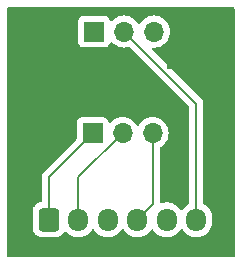
<source format=gbr>
%TF.GenerationSoftware,KiCad,Pcbnew,8.0.3*%
%TF.CreationDate,2024-11-04T16:53:41-08:00*%
%TF.ProjectId,MicPCB,4d696350-4342-42e6-9b69-6361645f7063,rev?*%
%TF.SameCoordinates,Original*%
%TF.FileFunction,Copper,L1,Top*%
%TF.FilePolarity,Positive*%
%FSLAX46Y46*%
G04 Gerber Fmt 4.6, Leading zero omitted, Abs format (unit mm)*
G04 Created by KiCad (PCBNEW 8.0.3) date 2024-11-04 16:53:41*
%MOMM*%
%LPD*%
G01*
G04 APERTURE LIST*
G04 Aperture macros list*
%AMRoundRect*
0 Rectangle with rounded corners*
0 $1 Rounding radius*
0 $2 $3 $4 $5 $6 $7 $8 $9 X,Y pos of 4 corners*
0 Add a 4 corners polygon primitive as box body*
4,1,4,$2,$3,$4,$5,$6,$7,$8,$9,$2,$3,0*
0 Add four circle primitives for the rounded corners*
1,1,$1+$1,$2,$3*
1,1,$1+$1,$4,$5*
1,1,$1+$1,$6,$7*
1,1,$1+$1,$8,$9*
0 Add four rect primitives between the rounded corners*
20,1,$1+$1,$2,$3,$4,$5,0*
20,1,$1+$1,$4,$5,$6,$7,0*
20,1,$1+$1,$6,$7,$8,$9,0*
20,1,$1+$1,$8,$9,$2,$3,0*%
G04 Aperture macros list end*
%TA.AperFunction,ComponentPad*%
%ADD10R,1.700000X1.700000*%
%TD*%
%TA.AperFunction,ComponentPad*%
%ADD11O,1.700000X1.700000*%
%TD*%
%TA.AperFunction,ComponentPad*%
%ADD12RoundRect,0.250000X-0.600000X-0.725000X0.600000X-0.725000X0.600000X0.725000X-0.600000X0.725000X0*%
%TD*%
%TA.AperFunction,ComponentPad*%
%ADD13O,1.700000X1.950000*%
%TD*%
%TA.AperFunction,ViaPad*%
%ADD14C,0.600000*%
%TD*%
%TA.AperFunction,Conductor*%
%ADD15C,0.200000*%
%TD*%
G04 APERTURE END LIST*
D10*
%TO.P,J3,1,Pin_1*%
%TO.N,GND*%
X94757000Y-58699800D03*
D11*
%TO.P,J3,2,Pin_2*%
%TO.N,+3.3V*%
X97297000Y-58699800D03*
%TO.P,J3,3,Pin_3*%
%TO.N,/sd*%
X99837000Y-58699800D03*
%TD*%
D10*
%TO.P,J2,1,Pin_1*%
%TO.N,/sel*%
X94615000Y-67310000D03*
D11*
%TO.P,J2,2,Pin_2*%
%TO.N,/lrcl*%
X97155000Y-67310000D03*
%TO.P,J2,3,Pin_3*%
%TO.N,/bclk*%
X99695000Y-67310000D03*
%TD*%
D12*
%TO.P,J1,1,Pin_1*%
%TO.N,/sel*%
X90905000Y-74630000D03*
D13*
%TO.P,J1,2,Pin_2*%
%TO.N,/lrcl*%
X93405000Y-74630000D03*
%TO.P,J1,3,Pin_3*%
%TO.N,/sd*%
X95905000Y-74630000D03*
%TO.P,J1,4,Pin_4*%
%TO.N,/bclk*%
X98405000Y-74630000D03*
%TO.P,J1,5,Pin_5*%
%TO.N,GND*%
X100905000Y-74630000D03*
%TO.P,J1,6,Pin_6*%
%TO.N,+3.3V*%
X103405000Y-74630000D03*
%TD*%
D14*
%TO.N,GND*%
X101142800Y-61620400D03*
X102158800Y-71577200D03*
X96774000Y-62077600D03*
%TD*%
D15*
%TO.N,+3.3V*%
X103405000Y-64807800D02*
X103405000Y-74630000D01*
X97297000Y-58699800D02*
X103405000Y-64807800D01*
%TO.N,/bclk*%
X99695000Y-73340000D02*
X98405000Y-74630000D01*
X99695000Y-67310000D02*
X99695000Y-73340000D01*
%TO.N,/lrcl*%
X93405000Y-71060000D02*
X97155000Y-67310000D01*
X93405000Y-74630000D02*
X93405000Y-71060000D01*
%TO.N,/sel*%
X90905000Y-74630000D02*
X90905000Y-71020000D01*
X90905000Y-71020000D02*
X94615000Y-67310000D01*
%TD*%
%TA.AperFunction,Conductor*%
%TO.N,GND*%
G36*
X106579739Y-56654185D02*
G01*
X106625494Y-56706989D01*
X106636700Y-56758500D01*
X106636700Y-77709100D01*
X106617015Y-77776139D01*
X106564211Y-77821894D01*
X106512700Y-77833100D01*
X87492500Y-77833100D01*
X87425461Y-77813415D01*
X87379706Y-77760611D01*
X87368500Y-77709100D01*
X87368500Y-73854983D01*
X89554500Y-73854983D01*
X89554500Y-75405001D01*
X89554501Y-75405018D01*
X89565000Y-75507796D01*
X89565001Y-75507799D01*
X89610894Y-75646294D01*
X89620186Y-75674334D01*
X89712288Y-75823656D01*
X89836344Y-75947712D01*
X89985666Y-76039814D01*
X90152203Y-76094999D01*
X90254991Y-76105500D01*
X91555008Y-76105499D01*
X91657797Y-76094999D01*
X91824334Y-76039814D01*
X91973656Y-75947712D01*
X92097712Y-75823656D01*
X92189814Y-75674334D01*
X92189814Y-75674331D01*
X92193178Y-75668879D01*
X92245126Y-75622154D01*
X92314088Y-75610931D01*
X92378170Y-75638774D01*
X92386398Y-75646294D01*
X92525213Y-75785109D01*
X92697179Y-75910048D01*
X92697181Y-75910049D01*
X92697184Y-75910051D01*
X92886588Y-76006557D01*
X93088757Y-76072246D01*
X93298713Y-76105500D01*
X93298714Y-76105500D01*
X93511286Y-76105500D01*
X93511287Y-76105500D01*
X93721243Y-76072246D01*
X93923412Y-76006557D01*
X94112816Y-75910051D01*
X94134789Y-75894086D01*
X94284786Y-75785109D01*
X94284788Y-75785106D01*
X94284792Y-75785104D01*
X94435104Y-75634792D01*
X94554683Y-75470204D01*
X94610011Y-75427540D01*
X94679624Y-75421561D01*
X94741420Y-75454166D01*
X94755313Y-75470199D01*
X94857560Y-75610931D01*
X94874896Y-75634792D01*
X95025213Y-75785109D01*
X95197179Y-75910048D01*
X95197181Y-75910049D01*
X95197184Y-75910051D01*
X95386588Y-76006557D01*
X95588757Y-76072246D01*
X95798713Y-76105500D01*
X95798714Y-76105500D01*
X96011286Y-76105500D01*
X96011287Y-76105500D01*
X96221243Y-76072246D01*
X96423412Y-76006557D01*
X96612816Y-75910051D01*
X96634789Y-75894086D01*
X96784786Y-75785109D01*
X96784788Y-75785106D01*
X96784792Y-75785104D01*
X96935104Y-75634792D01*
X97054683Y-75470204D01*
X97110011Y-75427540D01*
X97179624Y-75421561D01*
X97241420Y-75454166D01*
X97255313Y-75470199D01*
X97357560Y-75610931D01*
X97374896Y-75634792D01*
X97525213Y-75785109D01*
X97697179Y-75910048D01*
X97697181Y-75910049D01*
X97697184Y-75910051D01*
X97886588Y-76006557D01*
X98088757Y-76072246D01*
X98298713Y-76105500D01*
X98298714Y-76105500D01*
X98511286Y-76105500D01*
X98511287Y-76105500D01*
X98721243Y-76072246D01*
X98923412Y-76006557D01*
X99112816Y-75910051D01*
X99134789Y-75894086D01*
X99284786Y-75785109D01*
X99284788Y-75785106D01*
X99284792Y-75785104D01*
X99435104Y-75634792D01*
X99554991Y-75469779D01*
X99610320Y-75427115D01*
X99679933Y-75421136D01*
X99741729Y-75453741D01*
X99755627Y-75469781D01*
X99875272Y-75634459D01*
X99875276Y-75634464D01*
X100025535Y-75784723D01*
X100025540Y-75784727D01*
X100197442Y-75909620D01*
X100386782Y-76006095D01*
X100588870Y-76071757D01*
X100798754Y-76105000D01*
X101011246Y-76105000D01*
X101221127Y-76071757D01*
X101221130Y-76071757D01*
X101423217Y-76006095D01*
X101612557Y-75909620D01*
X101784459Y-75784727D01*
X101784464Y-75784723D01*
X101934721Y-75634466D01*
X102054371Y-75469781D01*
X102109701Y-75427115D01*
X102179314Y-75421136D01*
X102241110Y-75453741D01*
X102255008Y-75469781D01*
X102374890Y-75634785D01*
X102374894Y-75634790D01*
X102525213Y-75785109D01*
X102697179Y-75910048D01*
X102697181Y-75910049D01*
X102697184Y-75910051D01*
X102886588Y-76006557D01*
X103088757Y-76072246D01*
X103298713Y-76105500D01*
X103298714Y-76105500D01*
X103511286Y-76105500D01*
X103511287Y-76105500D01*
X103721243Y-76072246D01*
X103923412Y-76006557D01*
X104112816Y-75910051D01*
X104134789Y-75894086D01*
X104284786Y-75785109D01*
X104284788Y-75785106D01*
X104284792Y-75785104D01*
X104435104Y-75634792D01*
X104435106Y-75634788D01*
X104435109Y-75634786D01*
X104560048Y-75462820D01*
X104560047Y-75462820D01*
X104560051Y-75462816D01*
X104656557Y-75273412D01*
X104722246Y-75071243D01*
X104755500Y-74861287D01*
X104755500Y-74398713D01*
X104722246Y-74188757D01*
X104656557Y-73986588D01*
X104560051Y-73797184D01*
X104560049Y-73797181D01*
X104560048Y-73797179D01*
X104435109Y-73625213D01*
X104284786Y-73474890D01*
X104112815Y-73349948D01*
X104112814Y-73349947D01*
X104073205Y-73329765D01*
X104022409Y-73281791D01*
X104005500Y-73219281D01*
X104005500Y-64728745D01*
X104005500Y-64728743D01*
X103964577Y-64576016D01*
X103964573Y-64576009D01*
X103885524Y-64439090D01*
X103885521Y-64439086D01*
X103885520Y-64439084D01*
X103773716Y-64327280D01*
X103773715Y-64327279D01*
X103769385Y-64322949D01*
X103769374Y-64322939D01*
X99710666Y-60264231D01*
X99677181Y-60202908D01*
X99682165Y-60133216D01*
X99724037Y-60077283D01*
X99789501Y-60052866D01*
X99809144Y-60053021D01*
X99837000Y-60055459D01*
X100072408Y-60034863D01*
X100300663Y-59973703D01*
X100514830Y-59873835D01*
X100708401Y-59738295D01*
X100875495Y-59571201D01*
X101011035Y-59377630D01*
X101110903Y-59163463D01*
X101172063Y-58935208D01*
X101192659Y-58699800D01*
X101172063Y-58464392D01*
X101110903Y-58236137D01*
X101011035Y-58021971D01*
X101005425Y-58013958D01*
X100875494Y-57828397D01*
X100708402Y-57661306D01*
X100708395Y-57661301D01*
X100514834Y-57525767D01*
X100514830Y-57525765D01*
X100443727Y-57492609D01*
X100300663Y-57425897D01*
X100300659Y-57425896D01*
X100300655Y-57425894D01*
X100072413Y-57364738D01*
X100072403Y-57364736D01*
X99837001Y-57344141D01*
X99836999Y-57344141D01*
X99601596Y-57364736D01*
X99601586Y-57364738D01*
X99373344Y-57425894D01*
X99373335Y-57425898D01*
X99159171Y-57525764D01*
X99159169Y-57525765D01*
X98965597Y-57661305D01*
X98798505Y-57828397D01*
X98668575Y-58013958D01*
X98613998Y-58057583D01*
X98544500Y-58064777D01*
X98482145Y-58033254D01*
X98465425Y-58013958D01*
X98335494Y-57828397D01*
X98168402Y-57661306D01*
X98168395Y-57661301D01*
X97974834Y-57525767D01*
X97974830Y-57525765D01*
X97903727Y-57492609D01*
X97760663Y-57425897D01*
X97760659Y-57425896D01*
X97760655Y-57425894D01*
X97532413Y-57364738D01*
X97532403Y-57364736D01*
X97297001Y-57344141D01*
X97296999Y-57344141D01*
X97061596Y-57364736D01*
X97061586Y-57364738D01*
X96833344Y-57425894D01*
X96833335Y-57425898D01*
X96619171Y-57525764D01*
X96619169Y-57525765D01*
X96425600Y-57661303D01*
X96303284Y-57783619D01*
X96241961Y-57817103D01*
X96172269Y-57812119D01*
X96116336Y-57770247D01*
X96099421Y-57739270D01*
X96050354Y-57607713D01*
X96050350Y-57607706D01*
X95964190Y-57492612D01*
X95964187Y-57492609D01*
X95849093Y-57406449D01*
X95849086Y-57406445D01*
X95714379Y-57356203D01*
X95714372Y-57356201D01*
X95654844Y-57349800D01*
X93859155Y-57349800D01*
X93799627Y-57356201D01*
X93799620Y-57356203D01*
X93664913Y-57406445D01*
X93664906Y-57406449D01*
X93549812Y-57492609D01*
X93549809Y-57492612D01*
X93463649Y-57607706D01*
X93463645Y-57607713D01*
X93413403Y-57742420D01*
X93413401Y-57742427D01*
X93407000Y-57801955D01*
X93407000Y-59597644D01*
X93413401Y-59657172D01*
X93413403Y-59657179D01*
X93463645Y-59791886D01*
X93463649Y-59791893D01*
X93549809Y-59906987D01*
X93549812Y-59906990D01*
X93664906Y-59993150D01*
X93664913Y-59993154D01*
X93799620Y-60043396D01*
X93799627Y-60043398D01*
X93859155Y-60049799D01*
X93859172Y-60049800D01*
X95654828Y-60049800D01*
X95654844Y-60049799D01*
X95714372Y-60043398D01*
X95714379Y-60043396D01*
X95849086Y-59993154D01*
X95849093Y-59993150D01*
X95964187Y-59906990D01*
X95964190Y-59906987D01*
X96050350Y-59791893D01*
X96050354Y-59791886D01*
X96099422Y-59660329D01*
X96141293Y-59604395D01*
X96206757Y-59579978D01*
X96275030Y-59594830D01*
X96303285Y-59615981D01*
X96425599Y-59738295D01*
X96502135Y-59791886D01*
X96619165Y-59873832D01*
X96619167Y-59873833D01*
X96619170Y-59873835D01*
X96833337Y-59973703D01*
X97061592Y-60034863D01*
X97232319Y-60049800D01*
X97296999Y-60055459D01*
X97297000Y-60055459D01*
X97297001Y-60055459D01*
X97361681Y-60049800D01*
X97532408Y-60034863D01*
X97660757Y-60000472D01*
X97730606Y-60002135D01*
X97780531Y-60032566D01*
X102768181Y-65020216D01*
X102801666Y-65081539D01*
X102804500Y-65107897D01*
X102804500Y-73219281D01*
X102784815Y-73286320D01*
X102736795Y-73329765D01*
X102697185Y-73349947D01*
X102697184Y-73349948D01*
X102525213Y-73474890D01*
X102374894Y-73625209D01*
X102374890Y-73625214D01*
X102255008Y-73790218D01*
X102199678Y-73832884D01*
X102130065Y-73838863D01*
X102068270Y-73806257D01*
X102054372Y-73790218D01*
X101934727Y-73625540D01*
X101934723Y-73625535D01*
X101784464Y-73475276D01*
X101784459Y-73475272D01*
X101612557Y-73350379D01*
X101423217Y-73253904D01*
X101221129Y-73188242D01*
X101011246Y-73155000D01*
X100798754Y-73155000D01*
X100588872Y-73188242D01*
X100588869Y-73188242D01*
X100457818Y-73230824D01*
X100387977Y-73232819D01*
X100328144Y-73196739D01*
X100297316Y-73134038D01*
X100295500Y-73112893D01*
X100295500Y-68599090D01*
X100315185Y-68532051D01*
X100367101Y-68486706D01*
X100372830Y-68484035D01*
X100566401Y-68348495D01*
X100733495Y-68181401D01*
X100869035Y-67987830D01*
X100968903Y-67773663D01*
X101030063Y-67545408D01*
X101050659Y-67310000D01*
X101030063Y-67074592D01*
X100968903Y-66846337D01*
X100869035Y-66632171D01*
X100863425Y-66624158D01*
X100733494Y-66438597D01*
X100566402Y-66271506D01*
X100566395Y-66271501D01*
X100372834Y-66135967D01*
X100372830Y-66135965D01*
X100372828Y-66135964D01*
X100158663Y-66036097D01*
X100158659Y-66036096D01*
X100158655Y-66036094D01*
X99930413Y-65974938D01*
X99930403Y-65974936D01*
X99695001Y-65954341D01*
X99694999Y-65954341D01*
X99459596Y-65974936D01*
X99459586Y-65974938D01*
X99231344Y-66036094D01*
X99231335Y-66036098D01*
X99017171Y-66135964D01*
X99017169Y-66135965D01*
X98823597Y-66271505D01*
X98656505Y-66438597D01*
X98526575Y-66624158D01*
X98471998Y-66667783D01*
X98402500Y-66674977D01*
X98340145Y-66643454D01*
X98323425Y-66624158D01*
X98193494Y-66438597D01*
X98026402Y-66271506D01*
X98026395Y-66271501D01*
X97832834Y-66135967D01*
X97832830Y-66135965D01*
X97832828Y-66135964D01*
X97618663Y-66036097D01*
X97618659Y-66036096D01*
X97618655Y-66036094D01*
X97390413Y-65974938D01*
X97390403Y-65974936D01*
X97155001Y-65954341D01*
X97154999Y-65954341D01*
X96919596Y-65974936D01*
X96919586Y-65974938D01*
X96691344Y-66036094D01*
X96691335Y-66036098D01*
X96477171Y-66135964D01*
X96477169Y-66135965D01*
X96283600Y-66271503D01*
X96161673Y-66393430D01*
X96100350Y-66426914D01*
X96030658Y-66421930D01*
X95974725Y-66380058D01*
X95957810Y-66349081D01*
X95908797Y-66217671D01*
X95908793Y-66217664D01*
X95822547Y-66102455D01*
X95822544Y-66102452D01*
X95707335Y-66016206D01*
X95707328Y-66016202D01*
X95572482Y-65965908D01*
X95572483Y-65965908D01*
X95512883Y-65959501D01*
X95512881Y-65959500D01*
X95512873Y-65959500D01*
X95512864Y-65959500D01*
X93717129Y-65959500D01*
X93717123Y-65959501D01*
X93657516Y-65965908D01*
X93522671Y-66016202D01*
X93522664Y-66016206D01*
X93407455Y-66102452D01*
X93407452Y-66102455D01*
X93321206Y-66217664D01*
X93321202Y-66217671D01*
X93270908Y-66352517D01*
X93264501Y-66412116D01*
X93264500Y-66412135D01*
X93264500Y-67759902D01*
X93244815Y-67826941D01*
X93228181Y-67847583D01*
X90424481Y-70651282D01*
X90424479Y-70651285D01*
X90374361Y-70738094D01*
X90374359Y-70738096D01*
X90345425Y-70788209D01*
X90345424Y-70788210D01*
X90345423Y-70788215D01*
X90304499Y-70940943D01*
X90304499Y-70940945D01*
X90304499Y-71109046D01*
X90304500Y-71109059D01*
X90304500Y-73037465D01*
X90284815Y-73104504D01*
X90232011Y-73150259D01*
X90193102Y-73160823D01*
X90152202Y-73165001D01*
X90152200Y-73165001D01*
X89985668Y-73220185D01*
X89985663Y-73220187D01*
X89836342Y-73312289D01*
X89712289Y-73436342D01*
X89620187Y-73585663D01*
X89620185Y-73585668D01*
X89615325Y-73600334D01*
X89565001Y-73752203D01*
X89565001Y-73752204D01*
X89565000Y-73752204D01*
X89554500Y-73854983D01*
X87368500Y-73854983D01*
X87368500Y-56758500D01*
X87388185Y-56691461D01*
X87440989Y-56645706D01*
X87492500Y-56634500D01*
X106512700Y-56634500D01*
X106579739Y-56654185D01*
G37*
%TD.AperFunction*%
%TD*%
M02*

</source>
